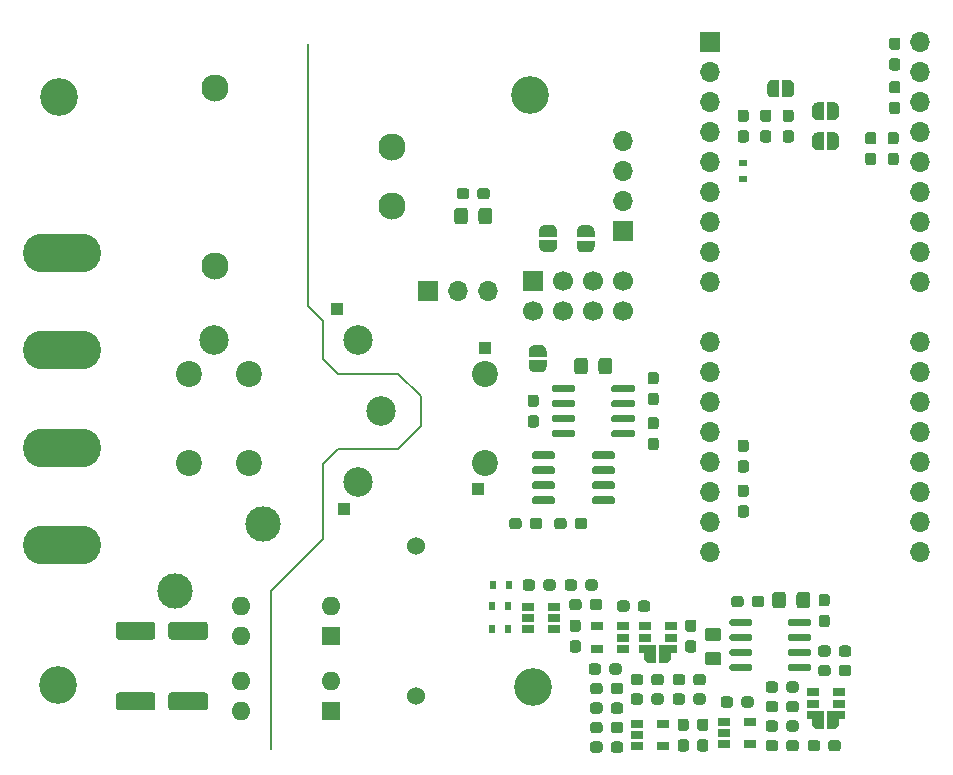
<source format=gbr>
%TF.GenerationSoftware,KiCad,Pcbnew,5.1.9-1.fc32*%
%TF.CreationDate,2021-04-18T22:57:20+02:00*%
%TF.ProjectId,energy-meter,656e6572-6779-42d6-9d65-7465722e6b69,rev?*%
%TF.SameCoordinates,Original*%
%TF.FileFunction,Soldermask,Top*%
%TF.FilePolarity,Negative*%
%FSLAX46Y46*%
G04 Gerber Fmt 4.6, Leading zero omitted, Abs format (unit mm)*
G04 Created by KiCad (PCBNEW 5.1.9-1.fc32) date 2021-04-18 22:57:20*
%MOMM*%
%LPD*%
G01*
G04 APERTURE LIST*
%ADD10C,0.150000*%
%ADD11R,1.000000X1.000000*%
%ADD12C,0.100000*%
%ADD13R,0.600000X0.700000*%
%ADD14R,1.700000X1.700000*%
%ADD15O,1.700000X1.700000*%
%ADD16R,1.060000X0.650000*%
%ADD17O,1.600000X1.600000*%
%ADD18R,1.600000X1.600000*%
%ADD19C,3.000000*%
%ADD20C,2.500000*%
%ADD21R,0.700000X0.600000*%
%ADD22C,1.524000*%
%ADD23C,3.200000*%
%ADD24O,6.600000X3.300000*%
%ADD25C,2.200000*%
%ADD26C,2.300000*%
%ADD27C,1.700000*%
G04 APERTURE END LIST*
D10*
X132870000Y-136680000D02*
X128425000Y-141125000D01*
X132870000Y-121440000D02*
X132870000Y-118265000D01*
X132870000Y-118265000D02*
X131600000Y-116995000D01*
X134140000Y-129060000D02*
X132870000Y-130330000D01*
X134140000Y-122710000D02*
X132870000Y-121440000D01*
X132870000Y-136680000D02*
X132870000Y-130330000D01*
X139220000Y-129060000D02*
X134140000Y-129060000D01*
X141125000Y-127155000D02*
X139220000Y-129060000D01*
X141125000Y-124615000D02*
X141125000Y-127155000D01*
X139220000Y-122710000D02*
X141125000Y-124615000D01*
X134140000Y-122710000D02*
X139220000Y-122710000D01*
X128425000Y-141125000D02*
X128425000Y-154460000D01*
X131600000Y-94770000D02*
X131600000Y-116995000D01*
D11*
%TO.C,TP4*%
X146586000Y-120551000D03*
%TD*%
%TO.C,TP3*%
X145951000Y-132489000D03*
%TD*%
%TO.C,TP5*%
X134648000Y-134140000D03*
%TD*%
%TO.C,TP6*%
X134013000Y-117249000D03*
%TD*%
D12*
%TO.C,JP11*%
G36*
X160541000Y-147208398D02*
G01*
X160516466Y-147208398D01*
X160467635Y-147203588D01*
X160419510Y-147194016D01*
X160372555Y-147179772D01*
X160327222Y-147160995D01*
X160283949Y-147137864D01*
X160243150Y-147110604D01*
X160205221Y-147079476D01*
X160170524Y-147044779D01*
X160139396Y-147006850D01*
X160112136Y-146966051D01*
X160089005Y-146922778D01*
X160070228Y-146877445D01*
X160055984Y-146830490D01*
X160046412Y-146782365D01*
X160041602Y-146733534D01*
X160041602Y-146709000D01*
X160041000Y-146709000D01*
X160041000Y-146209000D01*
X160041602Y-146209000D01*
X160041602Y-146184466D01*
X160046412Y-146135635D01*
X160055984Y-146087510D01*
X160070228Y-146040555D01*
X160089005Y-145995222D01*
X160112136Y-145951949D01*
X160139396Y-145911150D01*
X160170524Y-145873221D01*
X160205221Y-145838524D01*
X160243150Y-145807396D01*
X160283949Y-145780136D01*
X160327222Y-145757005D01*
X160372555Y-145738228D01*
X160419510Y-145723984D01*
X160467635Y-145714412D01*
X160516466Y-145709602D01*
X160541000Y-145709602D01*
X160541000Y-145709000D01*
X161041000Y-145709000D01*
X161041000Y-147209000D01*
X160541000Y-147209000D01*
X160541000Y-147208398D01*
G37*
G36*
X161341000Y-145709000D02*
G01*
X161841000Y-145709000D01*
X161841000Y-145709602D01*
X161865534Y-145709602D01*
X161914365Y-145714412D01*
X161962490Y-145723984D01*
X162009445Y-145738228D01*
X162054778Y-145757005D01*
X162098051Y-145780136D01*
X162138850Y-145807396D01*
X162176779Y-145838524D01*
X162211476Y-145873221D01*
X162242604Y-145911150D01*
X162269864Y-145951949D01*
X162292995Y-145995222D01*
X162311772Y-146040555D01*
X162326016Y-146087510D01*
X162335588Y-146135635D01*
X162340398Y-146184466D01*
X162340398Y-146209000D01*
X162341000Y-146209000D01*
X162341000Y-146709000D01*
X162340398Y-146709000D01*
X162340398Y-146733534D01*
X162335588Y-146782365D01*
X162326016Y-146830490D01*
X162311772Y-146877445D01*
X162292995Y-146922778D01*
X162269864Y-146966051D01*
X162242604Y-147006850D01*
X162211476Y-147044779D01*
X162176779Y-147079476D01*
X162138850Y-147110604D01*
X162098051Y-147137864D01*
X162054778Y-147160995D01*
X162009445Y-147179772D01*
X161962490Y-147194016D01*
X161914365Y-147203588D01*
X161865534Y-147208398D01*
X161841000Y-147208398D01*
X161841000Y-147209000D01*
X161341000Y-147209000D01*
X161341000Y-145709000D01*
G37*
%TD*%
%TO.C,JP12*%
G36*
X174765000Y-152796398D02*
G01*
X174740466Y-152796398D01*
X174691635Y-152791588D01*
X174643510Y-152782016D01*
X174596555Y-152767772D01*
X174551222Y-152748995D01*
X174507949Y-152725864D01*
X174467150Y-152698604D01*
X174429221Y-152667476D01*
X174394524Y-152632779D01*
X174363396Y-152594850D01*
X174336136Y-152554051D01*
X174313005Y-152510778D01*
X174294228Y-152465445D01*
X174279984Y-152418490D01*
X174270412Y-152370365D01*
X174265602Y-152321534D01*
X174265602Y-152297000D01*
X174265000Y-152297000D01*
X174265000Y-151797000D01*
X174265602Y-151797000D01*
X174265602Y-151772466D01*
X174270412Y-151723635D01*
X174279984Y-151675510D01*
X174294228Y-151628555D01*
X174313005Y-151583222D01*
X174336136Y-151539949D01*
X174363396Y-151499150D01*
X174394524Y-151461221D01*
X174429221Y-151426524D01*
X174467150Y-151395396D01*
X174507949Y-151368136D01*
X174551222Y-151345005D01*
X174596555Y-151326228D01*
X174643510Y-151311984D01*
X174691635Y-151302412D01*
X174740466Y-151297602D01*
X174765000Y-151297602D01*
X174765000Y-151297000D01*
X175265000Y-151297000D01*
X175265000Y-152797000D01*
X174765000Y-152797000D01*
X174765000Y-152796398D01*
G37*
G36*
X175565000Y-151297000D02*
G01*
X176065000Y-151297000D01*
X176065000Y-151297602D01*
X176089534Y-151297602D01*
X176138365Y-151302412D01*
X176186490Y-151311984D01*
X176233445Y-151326228D01*
X176278778Y-151345005D01*
X176322051Y-151368136D01*
X176362850Y-151395396D01*
X176400779Y-151426524D01*
X176435476Y-151461221D01*
X176466604Y-151499150D01*
X176493864Y-151539949D01*
X176516995Y-151583222D01*
X176535772Y-151628555D01*
X176550016Y-151675510D01*
X176559588Y-151723635D01*
X176564398Y-151772466D01*
X176564398Y-151797000D01*
X176565000Y-151797000D01*
X176565000Y-152297000D01*
X176564398Y-152297000D01*
X176564398Y-152321534D01*
X176559588Y-152370365D01*
X176550016Y-152418490D01*
X176535772Y-152465445D01*
X176516995Y-152510778D01*
X176493864Y-152554051D01*
X176466604Y-152594850D01*
X176435476Y-152632779D01*
X176400779Y-152667476D01*
X176362850Y-152698604D01*
X176322051Y-152725864D01*
X176278778Y-152748995D01*
X176233445Y-152767772D01*
X176186490Y-152782016D01*
X176138365Y-152791588D01*
X176089534Y-152796398D01*
X176065000Y-152796398D01*
X176065000Y-152797000D01*
X175565000Y-152797000D01*
X175565000Y-151297000D01*
G37*
%TD*%
D13*
%TO.C,D6*%
X147218000Y-140617000D03*
X148618000Y-140617000D03*
%TD*%
D14*
%TO.C,U9*%
X165636000Y-94643000D03*
D15*
X165636000Y-97183000D03*
X165636000Y-99723000D03*
X165636000Y-102263000D03*
X165636000Y-104803000D03*
X165636000Y-107343000D03*
X165636000Y-109883000D03*
X165636000Y-112423000D03*
X165636000Y-114963000D03*
X165636000Y-120043000D03*
X165636000Y-122583000D03*
X165636000Y-125123000D03*
X165636000Y-127663000D03*
X165636000Y-130203000D03*
X165636000Y-132743000D03*
X165636000Y-135283000D03*
X165636000Y-137823000D03*
X183416000Y-137823000D03*
X183416000Y-135283000D03*
X183416000Y-132743000D03*
X183416000Y-130203000D03*
X183416000Y-127663000D03*
X183416000Y-125123000D03*
X183416000Y-122583000D03*
X183416000Y-120043000D03*
X183416000Y-114963000D03*
X183416000Y-112423000D03*
X183416000Y-109883000D03*
X183416000Y-107343000D03*
X183416000Y-104803000D03*
X183416000Y-102263000D03*
X183416000Y-99723000D03*
X183416000Y-97183000D03*
X183416000Y-94643000D03*
%TD*%
D16*
%TO.C,U12*%
X168980000Y-152174000D03*
X168980000Y-154074000D03*
X166780000Y-154074000D03*
X166780000Y-153124000D03*
X166780000Y-152174000D03*
%TD*%
%TO.C,U11*%
X176515000Y-150650000D03*
X176515000Y-149700000D03*
X176515000Y-151600000D03*
X174315000Y-151600000D03*
X174315000Y-150650000D03*
X174315000Y-149700000D03*
%TD*%
%TO.C,U10*%
X156027000Y-146012000D03*
X156027000Y-144112000D03*
X158227000Y-144112000D03*
X158227000Y-145062000D03*
X158227000Y-146012000D03*
%TD*%
%TO.C,U8*%
X152385000Y-143411000D03*
X152385000Y-142461000D03*
X152385000Y-144361000D03*
X150185000Y-144361000D03*
X150185000Y-143411000D03*
X150185000Y-142461000D03*
%TD*%
%TO.C,U7*%
G36*
G01*
X172216000Y-143942000D02*
X172216000Y-143642000D01*
G75*
G02*
X172366000Y-143492000I150000J0D01*
G01*
X174016000Y-143492000D01*
G75*
G02*
X174166000Y-143642000I0J-150000D01*
G01*
X174166000Y-143942000D01*
G75*
G02*
X174016000Y-144092000I-150000J0D01*
G01*
X172366000Y-144092000D01*
G75*
G02*
X172216000Y-143942000I0J150000D01*
G01*
G37*
G36*
G01*
X172216000Y-145212000D02*
X172216000Y-144912000D01*
G75*
G02*
X172366000Y-144762000I150000J0D01*
G01*
X174016000Y-144762000D01*
G75*
G02*
X174166000Y-144912000I0J-150000D01*
G01*
X174166000Y-145212000D01*
G75*
G02*
X174016000Y-145362000I-150000J0D01*
G01*
X172366000Y-145362000D01*
G75*
G02*
X172216000Y-145212000I0J150000D01*
G01*
G37*
G36*
G01*
X172216000Y-146482000D02*
X172216000Y-146182000D01*
G75*
G02*
X172366000Y-146032000I150000J0D01*
G01*
X174016000Y-146032000D01*
G75*
G02*
X174166000Y-146182000I0J-150000D01*
G01*
X174166000Y-146482000D01*
G75*
G02*
X174016000Y-146632000I-150000J0D01*
G01*
X172366000Y-146632000D01*
G75*
G02*
X172216000Y-146482000I0J150000D01*
G01*
G37*
G36*
G01*
X172216000Y-147752000D02*
X172216000Y-147452000D01*
G75*
G02*
X172366000Y-147302000I150000J0D01*
G01*
X174016000Y-147302000D01*
G75*
G02*
X174166000Y-147452000I0J-150000D01*
G01*
X174166000Y-147752000D01*
G75*
G02*
X174016000Y-147902000I-150000J0D01*
G01*
X172366000Y-147902000D01*
G75*
G02*
X172216000Y-147752000I0J150000D01*
G01*
G37*
G36*
G01*
X167266000Y-147752000D02*
X167266000Y-147452000D01*
G75*
G02*
X167416000Y-147302000I150000J0D01*
G01*
X169066000Y-147302000D01*
G75*
G02*
X169216000Y-147452000I0J-150000D01*
G01*
X169216000Y-147752000D01*
G75*
G02*
X169066000Y-147902000I-150000J0D01*
G01*
X167416000Y-147902000D01*
G75*
G02*
X167266000Y-147752000I0J150000D01*
G01*
G37*
G36*
G01*
X167266000Y-146482000D02*
X167266000Y-146182000D01*
G75*
G02*
X167416000Y-146032000I150000J0D01*
G01*
X169066000Y-146032000D01*
G75*
G02*
X169216000Y-146182000I0J-150000D01*
G01*
X169216000Y-146482000D01*
G75*
G02*
X169066000Y-146632000I-150000J0D01*
G01*
X167416000Y-146632000D01*
G75*
G02*
X167266000Y-146482000I0J150000D01*
G01*
G37*
G36*
G01*
X167266000Y-145212000D02*
X167266000Y-144912000D01*
G75*
G02*
X167416000Y-144762000I150000J0D01*
G01*
X169066000Y-144762000D01*
G75*
G02*
X169216000Y-144912000I0J-150000D01*
G01*
X169216000Y-145212000D01*
G75*
G02*
X169066000Y-145362000I-150000J0D01*
G01*
X167416000Y-145362000D01*
G75*
G02*
X167266000Y-145212000I0J150000D01*
G01*
G37*
G36*
G01*
X167266000Y-143942000D02*
X167266000Y-143642000D01*
G75*
G02*
X167416000Y-143492000I150000J0D01*
G01*
X169066000Y-143492000D01*
G75*
G02*
X169216000Y-143642000I0J-150000D01*
G01*
X169216000Y-143942000D01*
G75*
G02*
X169066000Y-144092000I-150000J0D01*
G01*
X167416000Y-144092000D01*
G75*
G02*
X167266000Y-143942000I0J150000D01*
G01*
G37*
%TD*%
%TO.C,R27*%
G36*
G01*
X175827000Y-145967500D02*
X175827000Y-146442500D01*
G75*
G02*
X175589500Y-146680000I-237500J0D01*
G01*
X175014500Y-146680000D01*
G75*
G02*
X174777000Y-146442500I0J237500D01*
G01*
X174777000Y-145967500D01*
G75*
G02*
X175014500Y-145730000I237500J0D01*
G01*
X175589500Y-145730000D01*
G75*
G02*
X175827000Y-145967500I0J-237500D01*
G01*
G37*
G36*
G01*
X177577000Y-145967500D02*
X177577000Y-146442500D01*
G75*
G02*
X177339500Y-146680000I-237500J0D01*
G01*
X176764500Y-146680000D01*
G75*
G02*
X176527000Y-146442500I0J237500D01*
G01*
X176527000Y-145967500D01*
G75*
G02*
X176764500Y-145730000I237500J0D01*
G01*
X177339500Y-145730000D01*
G75*
G02*
X177577000Y-145967500I0J-237500D01*
G01*
G37*
%TD*%
%TO.C,R26*%
G36*
G01*
X172082000Y-149490500D02*
X172082000Y-149015500D01*
G75*
G02*
X172319500Y-148778000I237500J0D01*
G01*
X172894500Y-148778000D01*
G75*
G02*
X173132000Y-149015500I0J-237500D01*
G01*
X173132000Y-149490500D01*
G75*
G02*
X172894500Y-149728000I-237500J0D01*
G01*
X172319500Y-149728000D01*
G75*
G02*
X172082000Y-149490500I0J237500D01*
G01*
G37*
G36*
G01*
X170332000Y-149490500D02*
X170332000Y-149015500D01*
G75*
G02*
X170569500Y-148778000I237500J0D01*
G01*
X171144500Y-148778000D01*
G75*
G02*
X171382000Y-149015500I0J-237500D01*
G01*
X171382000Y-149490500D01*
G75*
G02*
X171144500Y-149728000I-237500J0D01*
G01*
X170569500Y-149728000D01*
G75*
G02*
X170332000Y-149490500I0J237500D01*
G01*
G37*
%TD*%
%TO.C,R25*%
G36*
G01*
X172082000Y-151141500D02*
X172082000Y-150666500D01*
G75*
G02*
X172319500Y-150429000I237500J0D01*
G01*
X172894500Y-150429000D01*
G75*
G02*
X173132000Y-150666500I0J-237500D01*
G01*
X173132000Y-151141500D01*
G75*
G02*
X172894500Y-151379000I-237500J0D01*
G01*
X172319500Y-151379000D01*
G75*
G02*
X172082000Y-151141500I0J237500D01*
G01*
G37*
G36*
G01*
X170332000Y-151141500D02*
X170332000Y-150666500D01*
G75*
G02*
X170569500Y-150429000I237500J0D01*
G01*
X171144500Y-150429000D01*
G75*
G02*
X171382000Y-150666500I0J-237500D01*
G01*
X171382000Y-151141500D01*
G75*
G02*
X171144500Y-151379000I-237500J0D01*
G01*
X170569500Y-151379000D01*
G75*
G02*
X170332000Y-151141500I0J237500D01*
G01*
G37*
%TD*%
%TO.C,R24*%
G36*
G01*
X175638000Y-154443500D02*
X175638000Y-153968500D01*
G75*
G02*
X175875500Y-153731000I237500J0D01*
G01*
X176450500Y-153731000D01*
G75*
G02*
X176688000Y-153968500I0J-237500D01*
G01*
X176688000Y-154443500D01*
G75*
G02*
X176450500Y-154681000I-237500J0D01*
G01*
X175875500Y-154681000D01*
G75*
G02*
X175638000Y-154443500I0J237500D01*
G01*
G37*
G36*
G01*
X173888000Y-154443500D02*
X173888000Y-153968500D01*
G75*
G02*
X174125500Y-153731000I237500J0D01*
G01*
X174700500Y-153731000D01*
G75*
G02*
X174938000Y-153968500I0J-237500D01*
G01*
X174938000Y-154443500D01*
G75*
G02*
X174700500Y-154681000I-237500J0D01*
G01*
X174125500Y-154681000D01*
G75*
G02*
X173888000Y-154443500I0J237500D01*
G01*
G37*
%TD*%
%TO.C,R23*%
G36*
G01*
X165238500Y-152967000D02*
X164763500Y-152967000D01*
G75*
G02*
X164526000Y-152729500I0J237500D01*
G01*
X164526000Y-152154500D01*
G75*
G02*
X164763500Y-151917000I237500J0D01*
G01*
X165238500Y-151917000D01*
G75*
G02*
X165476000Y-152154500I0J-237500D01*
G01*
X165476000Y-152729500D01*
G75*
G02*
X165238500Y-152967000I-237500J0D01*
G01*
G37*
G36*
G01*
X165238500Y-154717000D02*
X164763500Y-154717000D01*
G75*
G02*
X164526000Y-154479500I0J237500D01*
G01*
X164526000Y-153904500D01*
G75*
G02*
X164763500Y-153667000I237500J0D01*
G01*
X165238500Y-153667000D01*
G75*
G02*
X165476000Y-153904500I0J-237500D01*
G01*
X165476000Y-154479500D01*
G75*
G02*
X165238500Y-154717000I-237500J0D01*
G01*
G37*
%TD*%
%TO.C,R22*%
G36*
G01*
X163508000Y-150031500D02*
X163508000Y-150506500D01*
G75*
G02*
X163270500Y-150744000I-237500J0D01*
G01*
X162695500Y-150744000D01*
G75*
G02*
X162458000Y-150506500I0J237500D01*
G01*
X162458000Y-150031500D01*
G75*
G02*
X162695500Y-149794000I237500J0D01*
G01*
X163270500Y-149794000D01*
G75*
G02*
X163508000Y-150031500I0J-237500D01*
G01*
G37*
G36*
G01*
X165258000Y-150031500D02*
X165258000Y-150506500D01*
G75*
G02*
X165020500Y-150744000I-237500J0D01*
G01*
X164445500Y-150744000D01*
G75*
G02*
X164208000Y-150506500I0J237500D01*
G01*
X164208000Y-150031500D01*
G75*
G02*
X164445500Y-149794000I237500J0D01*
G01*
X165020500Y-149794000D01*
G75*
G02*
X165258000Y-150031500I0J-237500D01*
G01*
G37*
%TD*%
%TO.C,R21*%
G36*
G01*
X159509000Y-142632500D02*
X159509000Y-142157500D01*
G75*
G02*
X159746500Y-141920000I237500J0D01*
G01*
X160321500Y-141920000D01*
G75*
G02*
X160559000Y-142157500I0J-237500D01*
G01*
X160559000Y-142632500D01*
G75*
G02*
X160321500Y-142870000I-237500J0D01*
G01*
X159746500Y-142870000D01*
G75*
G02*
X159509000Y-142632500I0J237500D01*
G01*
G37*
G36*
G01*
X157759000Y-142632500D02*
X157759000Y-142157500D01*
G75*
G02*
X157996500Y-141920000I237500J0D01*
G01*
X158571500Y-141920000D01*
G75*
G02*
X158809000Y-142157500I0J-237500D01*
G01*
X158809000Y-142632500D01*
G75*
G02*
X158571500Y-142870000I-237500J0D01*
G01*
X157996500Y-142870000D01*
G75*
G02*
X157759000Y-142632500I0J237500D01*
G01*
G37*
%TD*%
%TO.C,R20*%
G36*
G01*
X160652000Y-148855500D02*
X160652000Y-148380500D01*
G75*
G02*
X160889500Y-148143000I237500J0D01*
G01*
X161464500Y-148143000D01*
G75*
G02*
X161702000Y-148380500I0J-237500D01*
G01*
X161702000Y-148855500D01*
G75*
G02*
X161464500Y-149093000I-237500J0D01*
G01*
X160889500Y-149093000D01*
G75*
G02*
X160652000Y-148855500I0J237500D01*
G01*
G37*
G36*
G01*
X158902000Y-148855500D02*
X158902000Y-148380500D01*
G75*
G02*
X159139500Y-148143000I237500J0D01*
G01*
X159714500Y-148143000D01*
G75*
G02*
X159952000Y-148380500I0J-237500D01*
G01*
X159952000Y-148855500D01*
G75*
G02*
X159714500Y-149093000I-237500J0D01*
G01*
X159139500Y-149093000D01*
G75*
G02*
X158902000Y-148855500I0J237500D01*
G01*
G37*
%TD*%
%TO.C,R19*%
G36*
G01*
X154745000Y-142030500D02*
X154745000Y-142505500D01*
G75*
G02*
X154507500Y-142743000I-237500J0D01*
G01*
X153932500Y-142743000D01*
G75*
G02*
X153695000Y-142505500I0J237500D01*
G01*
X153695000Y-142030500D01*
G75*
G02*
X153932500Y-141793000I237500J0D01*
G01*
X154507500Y-141793000D01*
G75*
G02*
X154745000Y-142030500I0J-237500D01*
G01*
G37*
G36*
G01*
X156495000Y-142030500D02*
X156495000Y-142505500D01*
G75*
G02*
X156257500Y-142743000I-237500J0D01*
G01*
X155682500Y-142743000D01*
G75*
G02*
X155445000Y-142505500I0J237500D01*
G01*
X155445000Y-142030500D01*
G75*
G02*
X155682500Y-141793000I237500J0D01*
G01*
X156257500Y-141793000D01*
G75*
G02*
X156495000Y-142030500I0J-237500D01*
G01*
G37*
%TD*%
%TO.C,R18*%
G36*
G01*
X150808000Y-140379500D02*
X150808000Y-140854500D01*
G75*
G02*
X150570500Y-141092000I-237500J0D01*
G01*
X149995500Y-141092000D01*
G75*
G02*
X149758000Y-140854500I0J237500D01*
G01*
X149758000Y-140379500D01*
G75*
G02*
X149995500Y-140142000I237500J0D01*
G01*
X150570500Y-140142000D01*
G75*
G02*
X150808000Y-140379500I0J-237500D01*
G01*
G37*
G36*
G01*
X152558000Y-140379500D02*
X152558000Y-140854500D01*
G75*
G02*
X152320500Y-141092000I-237500J0D01*
G01*
X151745500Y-141092000D01*
G75*
G02*
X151508000Y-140854500I0J237500D01*
G01*
X151508000Y-140379500D01*
G75*
G02*
X151745500Y-140142000I237500J0D01*
G01*
X152320500Y-140142000D01*
G75*
G02*
X152558000Y-140379500I0J-237500D01*
G01*
G37*
%TD*%
%TO.C,R17*%
G36*
G01*
X164208000Y-148855500D02*
X164208000Y-148380500D01*
G75*
G02*
X164445500Y-148143000I237500J0D01*
G01*
X165020500Y-148143000D01*
G75*
G02*
X165258000Y-148380500I0J-237500D01*
G01*
X165258000Y-148855500D01*
G75*
G02*
X165020500Y-149093000I-237500J0D01*
G01*
X164445500Y-149093000D01*
G75*
G02*
X164208000Y-148855500I0J237500D01*
G01*
G37*
G36*
G01*
X162458000Y-148855500D02*
X162458000Y-148380500D01*
G75*
G02*
X162695500Y-148143000I237500J0D01*
G01*
X163270500Y-148143000D01*
G75*
G02*
X163508000Y-148380500I0J-237500D01*
G01*
X163508000Y-148855500D01*
G75*
G02*
X163270500Y-149093000I-237500J0D01*
G01*
X162695500Y-149093000D01*
G75*
G02*
X162458000Y-148855500I0J237500D01*
G01*
G37*
%TD*%
%TO.C,R16*%
G36*
G01*
X163112500Y-153667000D02*
X163587500Y-153667000D01*
G75*
G02*
X163825000Y-153904500I0J-237500D01*
G01*
X163825000Y-154479500D01*
G75*
G02*
X163587500Y-154717000I-237500J0D01*
G01*
X163112500Y-154717000D01*
G75*
G02*
X162875000Y-154479500I0J237500D01*
G01*
X162875000Y-153904500D01*
G75*
G02*
X163112500Y-153667000I237500J0D01*
G01*
G37*
G36*
G01*
X163112500Y-151917000D02*
X163587500Y-151917000D01*
G75*
G02*
X163825000Y-152154500I0J-237500D01*
G01*
X163825000Y-152729500D01*
G75*
G02*
X163587500Y-152967000I-237500J0D01*
G01*
X163112500Y-152967000D01*
G75*
G02*
X162875000Y-152729500I0J237500D01*
G01*
X162875000Y-152154500D01*
G75*
G02*
X163112500Y-151917000I237500J0D01*
G01*
G37*
%TD*%
%TO.C,R15*%
G36*
G01*
X156523000Y-154095500D02*
X156523000Y-154570500D01*
G75*
G02*
X156285500Y-154808000I-237500J0D01*
G01*
X155710500Y-154808000D01*
G75*
G02*
X155473000Y-154570500I0J237500D01*
G01*
X155473000Y-154095500D01*
G75*
G02*
X155710500Y-153858000I237500J0D01*
G01*
X156285500Y-153858000D01*
G75*
G02*
X156523000Y-154095500I0J-237500D01*
G01*
G37*
G36*
G01*
X158273000Y-154095500D02*
X158273000Y-154570500D01*
G75*
G02*
X158035500Y-154808000I-237500J0D01*
G01*
X157460500Y-154808000D01*
G75*
G02*
X157223000Y-154570500I0J237500D01*
G01*
X157223000Y-154095500D01*
G75*
G02*
X157460500Y-153858000I237500J0D01*
G01*
X158035500Y-153858000D01*
G75*
G02*
X158273000Y-154095500I0J-237500D01*
G01*
G37*
%TD*%
%TO.C,R14*%
G36*
G01*
X157223000Y-151268500D02*
X157223000Y-150793500D01*
G75*
G02*
X157460500Y-150556000I237500J0D01*
G01*
X158035500Y-150556000D01*
G75*
G02*
X158273000Y-150793500I0J-237500D01*
G01*
X158273000Y-151268500D01*
G75*
G02*
X158035500Y-151506000I-237500J0D01*
G01*
X157460500Y-151506000D01*
G75*
G02*
X157223000Y-151268500I0J237500D01*
G01*
G37*
G36*
G01*
X155473000Y-151268500D02*
X155473000Y-150793500D01*
G75*
G02*
X155710500Y-150556000I237500J0D01*
G01*
X156285500Y-150556000D01*
G75*
G02*
X156523000Y-150793500I0J-237500D01*
G01*
X156523000Y-151268500D01*
G75*
G02*
X156285500Y-151506000I-237500J0D01*
G01*
X155710500Y-151506000D01*
G75*
G02*
X155473000Y-151268500I0J237500D01*
G01*
G37*
%TD*%
%TO.C,R13*%
G36*
G01*
X156523000Y-149142500D02*
X156523000Y-149617500D01*
G75*
G02*
X156285500Y-149855000I-237500J0D01*
G01*
X155710500Y-149855000D01*
G75*
G02*
X155473000Y-149617500I0J237500D01*
G01*
X155473000Y-149142500D01*
G75*
G02*
X155710500Y-148905000I237500J0D01*
G01*
X156285500Y-148905000D01*
G75*
G02*
X156523000Y-149142500I0J-237500D01*
G01*
G37*
G36*
G01*
X158273000Y-149142500D02*
X158273000Y-149617500D01*
G75*
G02*
X158035500Y-149855000I-237500J0D01*
G01*
X157460500Y-149855000D01*
G75*
G02*
X157223000Y-149617500I0J237500D01*
G01*
X157223000Y-149142500D01*
G75*
G02*
X157460500Y-148905000I237500J0D01*
G01*
X158035500Y-148905000D01*
G75*
G02*
X158273000Y-149142500I0J-237500D01*
G01*
G37*
%TD*%
%TO.C,FB1*%
G36*
G01*
X175525500Y-142426000D02*
X175050500Y-142426000D01*
G75*
G02*
X174813000Y-142188500I0J237500D01*
G01*
X174813000Y-141613500D01*
G75*
G02*
X175050500Y-141376000I237500J0D01*
G01*
X175525500Y-141376000D01*
G75*
G02*
X175763000Y-141613500I0J-237500D01*
G01*
X175763000Y-142188500D01*
G75*
G02*
X175525500Y-142426000I-237500J0D01*
G01*
G37*
G36*
G01*
X175525500Y-144176000D02*
X175050500Y-144176000D01*
G75*
G02*
X174813000Y-143938500I0J237500D01*
G01*
X174813000Y-143363500D01*
G75*
G02*
X175050500Y-143126000I237500J0D01*
G01*
X175525500Y-143126000D01*
G75*
G02*
X175763000Y-143363500I0J-237500D01*
G01*
X175763000Y-143938500D01*
G75*
G02*
X175525500Y-144176000I-237500J0D01*
G01*
G37*
%TD*%
%TO.C,C19*%
G36*
G01*
X171382000Y-153968500D02*
X171382000Y-154443500D01*
G75*
G02*
X171144500Y-154681000I-237500J0D01*
G01*
X170569500Y-154681000D01*
G75*
G02*
X170332000Y-154443500I0J237500D01*
G01*
X170332000Y-153968500D01*
G75*
G02*
X170569500Y-153731000I237500J0D01*
G01*
X171144500Y-153731000D01*
G75*
G02*
X171382000Y-153968500I0J-237500D01*
G01*
G37*
G36*
G01*
X173132000Y-153968500D02*
X173132000Y-154443500D01*
G75*
G02*
X172894500Y-154681000I-237500J0D01*
G01*
X172319500Y-154681000D01*
G75*
G02*
X172082000Y-154443500I0J237500D01*
G01*
X172082000Y-153968500D01*
G75*
G02*
X172319500Y-153731000I237500J0D01*
G01*
X172894500Y-153731000D01*
G75*
G02*
X173132000Y-153968500I0J-237500D01*
G01*
G37*
%TD*%
%TO.C,C18*%
G36*
G01*
X171382000Y-152317500D02*
X171382000Y-152792500D01*
G75*
G02*
X171144500Y-153030000I-237500J0D01*
G01*
X170569500Y-153030000D01*
G75*
G02*
X170332000Y-152792500I0J237500D01*
G01*
X170332000Y-152317500D01*
G75*
G02*
X170569500Y-152080000I237500J0D01*
G01*
X171144500Y-152080000D01*
G75*
G02*
X171382000Y-152317500I0J-237500D01*
G01*
G37*
G36*
G01*
X173132000Y-152317500D02*
X173132000Y-152792500D01*
G75*
G02*
X172894500Y-153030000I-237500J0D01*
G01*
X172319500Y-153030000D01*
G75*
G02*
X172082000Y-152792500I0J237500D01*
G01*
X172082000Y-152317500D01*
G75*
G02*
X172319500Y-152080000I237500J0D01*
G01*
X172894500Y-152080000D01*
G75*
G02*
X173132000Y-152317500I0J-237500D01*
G01*
G37*
%TD*%
%TO.C,C17*%
G36*
G01*
X167572000Y-150285500D02*
X167572000Y-150760500D01*
G75*
G02*
X167334500Y-150998000I-237500J0D01*
G01*
X166759500Y-150998000D01*
G75*
G02*
X166522000Y-150760500I0J237500D01*
G01*
X166522000Y-150285500D01*
G75*
G02*
X166759500Y-150048000I237500J0D01*
G01*
X167334500Y-150048000D01*
G75*
G02*
X167572000Y-150285500I0J-237500D01*
G01*
G37*
G36*
G01*
X169322000Y-150285500D02*
X169322000Y-150760500D01*
G75*
G02*
X169084500Y-150998000I-237500J0D01*
G01*
X168509500Y-150998000D01*
G75*
G02*
X168272000Y-150760500I0J237500D01*
G01*
X168272000Y-150285500D01*
G75*
G02*
X168509500Y-150048000I237500J0D01*
G01*
X169084500Y-150048000D01*
G75*
G02*
X169322000Y-150285500I0J-237500D01*
G01*
G37*
%TD*%
%TO.C,C16*%
G36*
G01*
X175827000Y-147618500D02*
X175827000Y-148093500D01*
G75*
G02*
X175589500Y-148331000I-237500J0D01*
G01*
X175014500Y-148331000D01*
G75*
G02*
X174777000Y-148093500I0J237500D01*
G01*
X174777000Y-147618500D01*
G75*
G02*
X175014500Y-147381000I237500J0D01*
G01*
X175589500Y-147381000D01*
G75*
G02*
X175827000Y-147618500I0J-237500D01*
G01*
G37*
G36*
G01*
X177577000Y-147618500D02*
X177577000Y-148093500D01*
G75*
G02*
X177339500Y-148331000I-237500J0D01*
G01*
X176764500Y-148331000D01*
G75*
G02*
X176527000Y-148093500I0J237500D01*
G01*
X176527000Y-147618500D01*
G75*
G02*
X176764500Y-147381000I237500J0D01*
G01*
X177339500Y-147381000D01*
G75*
G02*
X177577000Y-147618500I0J-237500D01*
G01*
G37*
%TD*%
%TO.C,C15*%
G36*
G01*
X153968500Y-145285000D02*
X154443500Y-145285000D01*
G75*
G02*
X154681000Y-145522500I0J-237500D01*
G01*
X154681000Y-146097500D01*
G75*
G02*
X154443500Y-146335000I-237500J0D01*
G01*
X153968500Y-146335000D01*
G75*
G02*
X153731000Y-146097500I0J237500D01*
G01*
X153731000Y-145522500D01*
G75*
G02*
X153968500Y-145285000I237500J0D01*
G01*
G37*
G36*
G01*
X153968500Y-143535000D02*
X154443500Y-143535000D01*
G75*
G02*
X154681000Y-143772500I0J-237500D01*
G01*
X154681000Y-144347500D01*
G75*
G02*
X154443500Y-144585000I-237500J0D01*
G01*
X153968500Y-144585000D01*
G75*
G02*
X153731000Y-144347500I0J237500D01*
G01*
X153731000Y-143772500D01*
G75*
G02*
X153968500Y-143535000I237500J0D01*
G01*
G37*
%TD*%
%TO.C,C14*%
G36*
G01*
X157096000Y-147966500D02*
X157096000Y-147491500D01*
G75*
G02*
X157333500Y-147254000I237500J0D01*
G01*
X157908500Y-147254000D01*
G75*
G02*
X158146000Y-147491500I0J-237500D01*
G01*
X158146000Y-147966500D01*
G75*
G02*
X157908500Y-148204000I-237500J0D01*
G01*
X157333500Y-148204000D01*
G75*
G02*
X157096000Y-147966500I0J237500D01*
G01*
G37*
G36*
G01*
X155346000Y-147966500D02*
X155346000Y-147491500D01*
G75*
G02*
X155583500Y-147254000I237500J0D01*
G01*
X156158500Y-147254000D01*
G75*
G02*
X156396000Y-147491500I0J-237500D01*
G01*
X156396000Y-147966500D01*
G75*
G02*
X156158500Y-148204000I-237500J0D01*
G01*
X155583500Y-148204000D01*
G75*
G02*
X155346000Y-147966500I0J237500D01*
G01*
G37*
%TD*%
%TO.C,C13*%
G36*
G01*
X155064000Y-140854500D02*
X155064000Y-140379500D01*
G75*
G02*
X155301500Y-140142000I237500J0D01*
G01*
X155876500Y-140142000D01*
G75*
G02*
X156114000Y-140379500I0J-237500D01*
G01*
X156114000Y-140854500D01*
G75*
G02*
X155876500Y-141092000I-237500J0D01*
G01*
X155301500Y-141092000D01*
G75*
G02*
X155064000Y-140854500I0J237500D01*
G01*
G37*
G36*
G01*
X153314000Y-140854500D02*
X153314000Y-140379500D01*
G75*
G02*
X153551500Y-140142000I237500J0D01*
G01*
X154126500Y-140142000D01*
G75*
G02*
X154364000Y-140379500I0J-237500D01*
G01*
X154364000Y-140854500D01*
G75*
G02*
X154126500Y-141092000I-237500J0D01*
G01*
X153551500Y-141092000D01*
G75*
G02*
X153314000Y-140854500I0J237500D01*
G01*
G37*
%TD*%
%TO.C,C12*%
G36*
G01*
X164222500Y-144585000D02*
X163747500Y-144585000D01*
G75*
G02*
X163510000Y-144347500I0J237500D01*
G01*
X163510000Y-143772500D01*
G75*
G02*
X163747500Y-143535000I237500J0D01*
G01*
X164222500Y-143535000D01*
G75*
G02*
X164460000Y-143772500I0J-237500D01*
G01*
X164460000Y-144347500D01*
G75*
G02*
X164222500Y-144585000I-237500J0D01*
G01*
G37*
G36*
G01*
X164222500Y-146335000D02*
X163747500Y-146335000D01*
G75*
G02*
X163510000Y-146097500I0J237500D01*
G01*
X163510000Y-145522500D01*
G75*
G02*
X163747500Y-145285000I237500J0D01*
G01*
X164222500Y-145285000D01*
G75*
G02*
X164460000Y-145522500I0J-237500D01*
G01*
X164460000Y-146097500D01*
G75*
G02*
X164222500Y-146335000I-237500J0D01*
G01*
G37*
%TD*%
%TO.C,C11*%
G36*
G01*
X165439999Y-146274000D02*
X166340001Y-146274000D01*
G75*
G02*
X166590000Y-146523999I0J-249999D01*
G01*
X166590000Y-147174001D01*
G75*
G02*
X166340001Y-147424000I-249999J0D01*
G01*
X165439999Y-147424000D01*
G75*
G02*
X165190000Y-147174001I0J249999D01*
G01*
X165190000Y-146523999D01*
G75*
G02*
X165439999Y-146274000I249999J0D01*
G01*
G37*
G36*
G01*
X165439999Y-144224000D02*
X166340001Y-144224000D01*
G75*
G02*
X166590000Y-144473999I0J-249999D01*
G01*
X166590000Y-145124001D01*
G75*
G02*
X166340001Y-145374000I-249999J0D01*
G01*
X165439999Y-145374000D01*
G75*
G02*
X165190000Y-145124001I0J249999D01*
G01*
X165190000Y-144473999D01*
G75*
G02*
X165439999Y-144224000I249999J0D01*
G01*
G37*
%TD*%
%TO.C,C10*%
G36*
G01*
X169161000Y-142251500D02*
X169161000Y-141776500D01*
G75*
G02*
X169398500Y-141539000I237500J0D01*
G01*
X169973500Y-141539000D01*
G75*
G02*
X170211000Y-141776500I0J-237500D01*
G01*
X170211000Y-142251500D01*
G75*
G02*
X169973500Y-142489000I-237500J0D01*
G01*
X169398500Y-142489000D01*
G75*
G02*
X169161000Y-142251500I0J237500D01*
G01*
G37*
G36*
G01*
X167411000Y-142251500D02*
X167411000Y-141776500D01*
G75*
G02*
X167648500Y-141539000I237500J0D01*
G01*
X168223500Y-141539000D01*
G75*
G02*
X168461000Y-141776500I0J-237500D01*
G01*
X168461000Y-142251500D01*
G75*
G02*
X168223500Y-142489000I-237500J0D01*
G01*
X167648500Y-142489000D01*
G75*
G02*
X167411000Y-142251500I0J237500D01*
G01*
G37*
%TD*%
%TO.C,C9*%
G36*
G01*
X159952000Y-150031500D02*
X159952000Y-150506500D01*
G75*
G02*
X159714500Y-150744000I-237500J0D01*
G01*
X159139500Y-150744000D01*
G75*
G02*
X158902000Y-150506500I0J237500D01*
G01*
X158902000Y-150031500D01*
G75*
G02*
X159139500Y-149794000I237500J0D01*
G01*
X159714500Y-149794000D01*
G75*
G02*
X159952000Y-150031500I0J-237500D01*
G01*
G37*
G36*
G01*
X161702000Y-150031500D02*
X161702000Y-150506500D01*
G75*
G02*
X161464500Y-150744000I-237500J0D01*
G01*
X160889500Y-150744000D01*
G75*
G02*
X160652000Y-150506500I0J237500D01*
G01*
X160652000Y-150031500D01*
G75*
G02*
X160889500Y-149794000I237500J0D01*
G01*
X161464500Y-149794000D01*
G75*
G02*
X161702000Y-150031500I0J-237500D01*
G01*
G37*
%TD*%
%TO.C,C8*%
G36*
G01*
X156523000Y-152444500D02*
X156523000Y-152919500D01*
G75*
G02*
X156285500Y-153157000I-237500J0D01*
G01*
X155710500Y-153157000D01*
G75*
G02*
X155473000Y-152919500I0J237500D01*
G01*
X155473000Y-152444500D01*
G75*
G02*
X155710500Y-152207000I237500J0D01*
G01*
X156285500Y-152207000D01*
G75*
G02*
X156523000Y-152444500I0J-237500D01*
G01*
G37*
G36*
G01*
X158273000Y-152444500D02*
X158273000Y-152919500D01*
G75*
G02*
X158035500Y-153157000I-237500J0D01*
G01*
X157460500Y-153157000D01*
G75*
G02*
X157223000Y-152919500I0J237500D01*
G01*
X157223000Y-152444500D01*
G75*
G02*
X157460500Y-152207000I237500J0D01*
G01*
X158035500Y-152207000D01*
G75*
G02*
X158273000Y-152444500I0J-237500D01*
G01*
G37*
%TD*%
%TO.C,C7*%
G36*
G01*
X172044000Y-141436999D02*
X172044000Y-142337001D01*
G75*
G02*
X171794001Y-142587000I-249999J0D01*
G01*
X171143999Y-142587000D01*
G75*
G02*
X170894000Y-142337001I0J249999D01*
G01*
X170894000Y-141436999D01*
G75*
G02*
X171143999Y-141187000I249999J0D01*
G01*
X171794001Y-141187000D01*
G75*
G02*
X172044000Y-141436999I0J-249999D01*
G01*
G37*
G36*
G01*
X174094000Y-141436999D02*
X174094000Y-142337001D01*
G75*
G02*
X173844001Y-142587000I-249999J0D01*
G01*
X173193999Y-142587000D01*
G75*
G02*
X172944000Y-142337001I0J249999D01*
G01*
X172944000Y-141436999D01*
G75*
G02*
X173193999Y-141187000I249999J0D01*
G01*
X173844001Y-141187000D01*
G75*
G02*
X174094000Y-141436999I0J-249999D01*
G01*
G37*
%TD*%
%TO.C,U6*%
G36*
G01*
X155600000Y-129792500D02*
X155600000Y-129467500D01*
G75*
G02*
X155762500Y-129305000I162500J0D01*
G01*
X157412500Y-129305000D01*
G75*
G02*
X157575000Y-129467500I0J-162500D01*
G01*
X157575000Y-129792500D01*
G75*
G02*
X157412500Y-129955000I-162500J0D01*
G01*
X155762500Y-129955000D01*
G75*
G02*
X155600000Y-129792500I0J162500D01*
G01*
G37*
G36*
G01*
X155600000Y-131062500D02*
X155600000Y-130737500D01*
G75*
G02*
X155762500Y-130575000I162500J0D01*
G01*
X157412500Y-130575000D01*
G75*
G02*
X157575000Y-130737500I0J-162500D01*
G01*
X157575000Y-131062500D01*
G75*
G02*
X157412500Y-131225000I-162500J0D01*
G01*
X155762500Y-131225000D01*
G75*
G02*
X155600000Y-131062500I0J162500D01*
G01*
G37*
G36*
G01*
X155600000Y-132332500D02*
X155600000Y-132007500D01*
G75*
G02*
X155762500Y-131845000I162500J0D01*
G01*
X157412500Y-131845000D01*
G75*
G02*
X157575000Y-132007500I0J-162500D01*
G01*
X157575000Y-132332500D01*
G75*
G02*
X157412500Y-132495000I-162500J0D01*
G01*
X155762500Y-132495000D01*
G75*
G02*
X155600000Y-132332500I0J162500D01*
G01*
G37*
G36*
G01*
X155600000Y-133602500D02*
X155600000Y-133277500D01*
G75*
G02*
X155762500Y-133115000I162500J0D01*
G01*
X157412500Y-133115000D01*
G75*
G02*
X157575000Y-133277500I0J-162500D01*
G01*
X157575000Y-133602500D01*
G75*
G02*
X157412500Y-133765000I-162500J0D01*
G01*
X155762500Y-133765000D01*
G75*
G02*
X155600000Y-133602500I0J162500D01*
G01*
G37*
G36*
G01*
X150525000Y-133602500D02*
X150525000Y-133277500D01*
G75*
G02*
X150687500Y-133115000I162500J0D01*
G01*
X152337500Y-133115000D01*
G75*
G02*
X152500000Y-133277500I0J-162500D01*
G01*
X152500000Y-133602500D01*
G75*
G02*
X152337500Y-133765000I-162500J0D01*
G01*
X150687500Y-133765000D01*
G75*
G02*
X150525000Y-133602500I0J162500D01*
G01*
G37*
G36*
G01*
X150525000Y-132332500D02*
X150525000Y-132007500D01*
G75*
G02*
X150687500Y-131845000I162500J0D01*
G01*
X152337500Y-131845000D01*
G75*
G02*
X152500000Y-132007500I0J-162500D01*
G01*
X152500000Y-132332500D01*
G75*
G02*
X152337500Y-132495000I-162500J0D01*
G01*
X150687500Y-132495000D01*
G75*
G02*
X150525000Y-132332500I0J162500D01*
G01*
G37*
G36*
G01*
X150525000Y-131062500D02*
X150525000Y-130737500D01*
G75*
G02*
X150687500Y-130575000I162500J0D01*
G01*
X152337500Y-130575000D01*
G75*
G02*
X152500000Y-130737500I0J-162500D01*
G01*
X152500000Y-131062500D01*
G75*
G02*
X152337500Y-131225000I-162500J0D01*
G01*
X150687500Y-131225000D01*
G75*
G02*
X150525000Y-131062500I0J162500D01*
G01*
G37*
G36*
G01*
X150525000Y-129792500D02*
X150525000Y-129467500D01*
G75*
G02*
X150687500Y-129305000I162500J0D01*
G01*
X152337500Y-129305000D01*
G75*
G02*
X152500000Y-129467500I0J-162500D01*
G01*
X152500000Y-129792500D01*
G75*
G02*
X152337500Y-129955000I-162500J0D01*
G01*
X150687500Y-129955000D01*
G75*
G02*
X150525000Y-129792500I0J162500D01*
G01*
G37*
%TD*%
%TO.C,R12*%
G36*
G01*
X150365000Y-135647500D02*
X150365000Y-135172500D01*
G75*
G02*
X150602500Y-134935000I237500J0D01*
G01*
X151177500Y-134935000D01*
G75*
G02*
X151415000Y-135172500I0J-237500D01*
G01*
X151415000Y-135647500D01*
G75*
G02*
X151177500Y-135885000I-237500J0D01*
G01*
X150602500Y-135885000D01*
G75*
G02*
X150365000Y-135647500I0J237500D01*
G01*
G37*
G36*
G01*
X148615000Y-135647500D02*
X148615000Y-135172500D01*
G75*
G02*
X148852500Y-134935000I237500J0D01*
G01*
X149427500Y-134935000D01*
G75*
G02*
X149665000Y-135172500I0J-237500D01*
G01*
X149665000Y-135647500D01*
G75*
G02*
X149427500Y-135885000I-237500J0D01*
G01*
X148852500Y-135885000D01*
G75*
G02*
X148615000Y-135647500I0J237500D01*
G01*
G37*
%TD*%
%TO.C,R11*%
G36*
G01*
X168667500Y-133155000D02*
X168192500Y-133155000D01*
G75*
G02*
X167955000Y-132917500I0J237500D01*
G01*
X167955000Y-132342500D01*
G75*
G02*
X168192500Y-132105000I237500J0D01*
G01*
X168667500Y-132105000D01*
G75*
G02*
X168905000Y-132342500I0J-237500D01*
G01*
X168905000Y-132917500D01*
G75*
G02*
X168667500Y-133155000I-237500J0D01*
G01*
G37*
G36*
G01*
X168667500Y-134905000D02*
X168192500Y-134905000D01*
G75*
G02*
X167955000Y-134667500I0J237500D01*
G01*
X167955000Y-134092500D01*
G75*
G02*
X168192500Y-133855000I237500J0D01*
G01*
X168667500Y-133855000D01*
G75*
G02*
X168905000Y-134092500I0J-237500D01*
G01*
X168905000Y-134667500D01*
G75*
G02*
X168667500Y-134905000I-237500J0D01*
G01*
G37*
%TD*%
%TO.C,R10*%
G36*
G01*
X168667500Y-129345000D02*
X168192500Y-129345000D01*
G75*
G02*
X167955000Y-129107500I0J237500D01*
G01*
X167955000Y-128532500D01*
G75*
G02*
X168192500Y-128295000I237500J0D01*
G01*
X168667500Y-128295000D01*
G75*
G02*
X168905000Y-128532500I0J-237500D01*
G01*
X168905000Y-129107500D01*
G75*
G02*
X168667500Y-129345000I-237500J0D01*
G01*
G37*
G36*
G01*
X168667500Y-131095000D02*
X168192500Y-131095000D01*
G75*
G02*
X167955000Y-130857500I0J237500D01*
G01*
X167955000Y-130282500D01*
G75*
G02*
X168192500Y-130045000I237500J0D01*
G01*
X168667500Y-130045000D01*
G75*
G02*
X168905000Y-130282500I0J-237500D01*
G01*
X168905000Y-130857500D01*
G75*
G02*
X168667500Y-131095000I-237500J0D01*
G01*
G37*
%TD*%
%TO.C,C6*%
G36*
G01*
X154175000Y-135647500D02*
X154175000Y-135172500D01*
G75*
G02*
X154412500Y-134935000I237500J0D01*
G01*
X154987500Y-134935000D01*
G75*
G02*
X155225000Y-135172500I0J-237500D01*
G01*
X155225000Y-135647500D01*
G75*
G02*
X154987500Y-135885000I-237500J0D01*
G01*
X154412500Y-135885000D01*
G75*
G02*
X154175000Y-135647500I0J237500D01*
G01*
G37*
G36*
G01*
X152425000Y-135647500D02*
X152425000Y-135172500D01*
G75*
G02*
X152662500Y-134935000I237500J0D01*
G01*
X153237500Y-134935000D01*
G75*
G02*
X153475000Y-135172500I0J-237500D01*
G01*
X153475000Y-135647500D01*
G75*
G02*
X153237500Y-135885000I-237500J0D01*
G01*
X152662500Y-135885000D01*
G75*
G02*
X152425000Y-135647500I0J237500D01*
G01*
G37*
%TD*%
D17*
%TO.C,U5*%
X125885000Y-151285000D03*
X133505000Y-148745000D03*
X125885000Y-148745000D03*
D18*
X133505000Y-151285000D03*
%TD*%
D17*
%TO.C,U4*%
X125885000Y-144935000D03*
X133505000Y-142395000D03*
X125885000Y-142395000D03*
D18*
X133505000Y-144935000D03*
%TD*%
D19*
%TO.C,TP2*%
X120297000Y-141125000D03*
%TD*%
%TO.C,R9*%
G36*
G01*
X122865001Y-145250000D02*
X120014999Y-145250000D01*
G75*
G02*
X119765000Y-145000001I0J249999D01*
G01*
X119765000Y-143974999D01*
G75*
G02*
X120014999Y-143725000I249999J0D01*
G01*
X122865001Y-143725000D01*
G75*
G02*
X123115000Y-143974999I0J-249999D01*
G01*
X123115000Y-145000001D01*
G75*
G02*
X122865001Y-145250000I-249999J0D01*
G01*
G37*
G36*
G01*
X122865001Y-151225000D02*
X120014999Y-151225000D01*
G75*
G02*
X119765000Y-150975001I0J249999D01*
G01*
X119765000Y-149949999D01*
G75*
G02*
X120014999Y-149700000I249999J0D01*
G01*
X122865001Y-149700000D01*
G75*
G02*
X123115000Y-149949999I0J-249999D01*
G01*
X123115000Y-150975001D01*
G75*
G02*
X122865001Y-151225000I-249999J0D01*
G01*
G37*
%TD*%
D16*
%TO.C,U3*%
X162291000Y-145062000D03*
X162291000Y-144112000D03*
X162291000Y-146012000D03*
X160091000Y-146012000D03*
X160091000Y-145062000D03*
X160091000Y-144112000D03*
%TD*%
%TO.C,U2*%
X161656000Y-152367000D03*
X161656000Y-154267000D03*
X159456000Y-154267000D03*
X159456000Y-153317000D03*
X159456000Y-152367000D03*
%TD*%
D12*
%TO.C,JP8*%
G36*
X172255000Y-97830602D02*
G01*
X172279534Y-97830602D01*
X172328365Y-97835412D01*
X172376490Y-97844984D01*
X172423445Y-97859228D01*
X172468778Y-97878005D01*
X172512051Y-97901136D01*
X172552850Y-97928396D01*
X172590779Y-97959524D01*
X172625476Y-97994221D01*
X172656604Y-98032150D01*
X172683864Y-98072949D01*
X172706995Y-98116222D01*
X172725772Y-98161555D01*
X172740016Y-98208510D01*
X172749588Y-98256635D01*
X172754398Y-98305466D01*
X172754398Y-98330000D01*
X172755000Y-98330000D01*
X172755000Y-98830000D01*
X172754398Y-98830000D01*
X172754398Y-98854534D01*
X172749588Y-98903365D01*
X172740016Y-98951490D01*
X172725772Y-98998445D01*
X172706995Y-99043778D01*
X172683864Y-99087051D01*
X172656604Y-99127850D01*
X172625476Y-99165779D01*
X172590779Y-99200476D01*
X172552850Y-99231604D01*
X172512051Y-99258864D01*
X172468778Y-99281995D01*
X172423445Y-99300772D01*
X172376490Y-99315016D01*
X172328365Y-99324588D01*
X172279534Y-99329398D01*
X172255000Y-99329398D01*
X172255000Y-99330000D01*
X171755000Y-99330000D01*
X171755000Y-97830000D01*
X172255000Y-97830000D01*
X172255000Y-97830602D01*
G37*
G36*
X171455000Y-99330000D02*
G01*
X170955000Y-99330000D01*
X170955000Y-99329398D01*
X170930466Y-99329398D01*
X170881635Y-99324588D01*
X170833510Y-99315016D01*
X170786555Y-99300772D01*
X170741222Y-99281995D01*
X170697949Y-99258864D01*
X170657150Y-99231604D01*
X170619221Y-99200476D01*
X170584524Y-99165779D01*
X170553396Y-99127850D01*
X170526136Y-99087051D01*
X170503005Y-99043778D01*
X170484228Y-98998445D01*
X170469984Y-98951490D01*
X170460412Y-98903365D01*
X170455602Y-98854534D01*
X170455602Y-98830000D01*
X170455000Y-98830000D01*
X170455000Y-98330000D01*
X170455602Y-98330000D01*
X170455602Y-98305466D01*
X170460412Y-98256635D01*
X170469984Y-98208510D01*
X170484228Y-98161555D01*
X170503005Y-98116222D01*
X170526136Y-98072949D01*
X170553396Y-98032150D01*
X170584524Y-97994221D01*
X170619221Y-97959524D01*
X170657150Y-97928396D01*
X170697949Y-97901136D01*
X170741222Y-97878005D01*
X170786555Y-97859228D01*
X170833510Y-97844984D01*
X170881635Y-97835412D01*
X170930466Y-97830602D01*
X170955000Y-97830602D01*
X170955000Y-97830000D01*
X171455000Y-97830000D01*
X171455000Y-99330000D01*
G37*
%TD*%
%TO.C,JP7*%
G36*
X175265000Y-101235000D02*
G01*
X174765000Y-101235000D01*
X174765000Y-101234398D01*
X174740466Y-101234398D01*
X174691635Y-101229588D01*
X174643510Y-101220016D01*
X174596555Y-101205772D01*
X174551222Y-101186995D01*
X174507949Y-101163864D01*
X174467150Y-101136604D01*
X174429221Y-101105476D01*
X174394524Y-101070779D01*
X174363396Y-101032850D01*
X174336136Y-100992051D01*
X174313005Y-100948778D01*
X174294228Y-100903445D01*
X174279984Y-100856490D01*
X174270412Y-100808365D01*
X174265602Y-100759534D01*
X174265602Y-100735000D01*
X174265000Y-100735000D01*
X174265000Y-100235000D01*
X174265602Y-100235000D01*
X174265602Y-100210466D01*
X174270412Y-100161635D01*
X174279984Y-100113510D01*
X174294228Y-100066555D01*
X174313005Y-100021222D01*
X174336136Y-99977949D01*
X174363396Y-99937150D01*
X174394524Y-99899221D01*
X174429221Y-99864524D01*
X174467150Y-99833396D01*
X174507949Y-99806136D01*
X174551222Y-99783005D01*
X174596555Y-99764228D01*
X174643510Y-99749984D01*
X174691635Y-99740412D01*
X174740466Y-99735602D01*
X174765000Y-99735602D01*
X174765000Y-99735000D01*
X175265000Y-99735000D01*
X175265000Y-101235000D01*
G37*
G36*
X176065000Y-99735602D02*
G01*
X176089534Y-99735602D01*
X176138365Y-99740412D01*
X176186490Y-99749984D01*
X176233445Y-99764228D01*
X176278778Y-99783005D01*
X176322051Y-99806136D01*
X176362850Y-99833396D01*
X176400779Y-99864524D01*
X176435476Y-99899221D01*
X176466604Y-99937150D01*
X176493864Y-99977949D01*
X176516995Y-100021222D01*
X176535772Y-100066555D01*
X176550016Y-100113510D01*
X176559588Y-100161635D01*
X176564398Y-100210466D01*
X176564398Y-100235000D01*
X176565000Y-100235000D01*
X176565000Y-100735000D01*
X176564398Y-100735000D01*
X176564398Y-100759534D01*
X176559588Y-100808365D01*
X176550016Y-100856490D01*
X176535772Y-100903445D01*
X176516995Y-100948778D01*
X176493864Y-100992051D01*
X176466604Y-101032850D01*
X176435476Y-101070779D01*
X176400779Y-101105476D01*
X176362850Y-101136604D01*
X176322051Y-101163864D01*
X176278778Y-101186995D01*
X176233445Y-101205772D01*
X176186490Y-101220016D01*
X176138365Y-101229588D01*
X176089534Y-101234398D01*
X176065000Y-101234398D01*
X176065000Y-101235000D01*
X175565000Y-101235000D01*
X175565000Y-99735000D01*
X176065000Y-99735000D01*
X176065000Y-99735602D01*
G37*
%TD*%
%TO.C,JP6*%
G36*
X175565000Y-102275000D02*
G01*
X176065000Y-102275000D01*
X176065000Y-102275602D01*
X176089534Y-102275602D01*
X176138365Y-102280412D01*
X176186490Y-102289984D01*
X176233445Y-102304228D01*
X176278778Y-102323005D01*
X176322051Y-102346136D01*
X176362850Y-102373396D01*
X176400779Y-102404524D01*
X176435476Y-102439221D01*
X176466604Y-102477150D01*
X176493864Y-102517949D01*
X176516995Y-102561222D01*
X176535772Y-102606555D01*
X176550016Y-102653510D01*
X176559588Y-102701635D01*
X176564398Y-102750466D01*
X176564398Y-102775000D01*
X176565000Y-102775000D01*
X176565000Y-103275000D01*
X176564398Y-103275000D01*
X176564398Y-103299534D01*
X176559588Y-103348365D01*
X176550016Y-103396490D01*
X176535772Y-103443445D01*
X176516995Y-103488778D01*
X176493864Y-103532051D01*
X176466604Y-103572850D01*
X176435476Y-103610779D01*
X176400779Y-103645476D01*
X176362850Y-103676604D01*
X176322051Y-103703864D01*
X176278778Y-103726995D01*
X176233445Y-103745772D01*
X176186490Y-103760016D01*
X176138365Y-103769588D01*
X176089534Y-103774398D01*
X176065000Y-103774398D01*
X176065000Y-103775000D01*
X175565000Y-103775000D01*
X175565000Y-102275000D01*
G37*
G36*
X174765000Y-103774398D02*
G01*
X174740466Y-103774398D01*
X174691635Y-103769588D01*
X174643510Y-103760016D01*
X174596555Y-103745772D01*
X174551222Y-103726995D01*
X174507949Y-103703864D01*
X174467150Y-103676604D01*
X174429221Y-103645476D01*
X174394524Y-103610779D01*
X174363396Y-103572850D01*
X174336136Y-103532051D01*
X174313005Y-103488778D01*
X174294228Y-103443445D01*
X174279984Y-103396490D01*
X174270412Y-103348365D01*
X174265602Y-103299534D01*
X174265602Y-103275000D01*
X174265000Y-103275000D01*
X174265000Y-102775000D01*
X174265602Y-102775000D01*
X174265602Y-102750466D01*
X174270412Y-102701635D01*
X174279984Y-102653510D01*
X174294228Y-102606555D01*
X174313005Y-102561222D01*
X174336136Y-102517949D01*
X174363396Y-102477150D01*
X174394524Y-102439221D01*
X174429221Y-102404524D01*
X174467150Y-102373396D01*
X174507949Y-102346136D01*
X174551222Y-102323005D01*
X174596555Y-102304228D01*
X174643510Y-102289984D01*
X174691635Y-102280412D01*
X174740466Y-102275602D01*
X174765000Y-102275602D01*
X174765000Y-102275000D01*
X175265000Y-102275000D01*
X175265000Y-103775000D01*
X174765000Y-103775000D01*
X174765000Y-103774398D01*
G37*
%TD*%
D13*
%TO.C,D9*%
X147156000Y-142395000D03*
X148556000Y-142395000D03*
%TD*%
%TO.C,D8*%
X147156000Y-144300000D03*
X148556000Y-144300000D03*
%TD*%
%TO.C,R7*%
G36*
G01*
X161047500Y-127440000D02*
X160572500Y-127440000D01*
G75*
G02*
X160335000Y-127202500I0J237500D01*
G01*
X160335000Y-126627500D01*
G75*
G02*
X160572500Y-126390000I237500J0D01*
G01*
X161047500Y-126390000D01*
G75*
G02*
X161285000Y-126627500I0J-237500D01*
G01*
X161285000Y-127202500D01*
G75*
G02*
X161047500Y-127440000I-237500J0D01*
G01*
G37*
G36*
G01*
X161047500Y-129190000D02*
X160572500Y-129190000D01*
G75*
G02*
X160335000Y-128952500I0J237500D01*
G01*
X160335000Y-128377500D01*
G75*
G02*
X160572500Y-128140000I237500J0D01*
G01*
X161047500Y-128140000D01*
G75*
G02*
X161285000Y-128377500I0J-237500D01*
G01*
X161285000Y-128952500D01*
G75*
G02*
X161047500Y-129190000I-237500J0D01*
G01*
G37*
%TD*%
%TO.C,R6*%
G36*
G01*
X160572500Y-124330000D02*
X161047500Y-124330000D01*
G75*
G02*
X161285000Y-124567500I0J-237500D01*
G01*
X161285000Y-125142500D01*
G75*
G02*
X161047500Y-125380000I-237500J0D01*
G01*
X160572500Y-125380000D01*
G75*
G02*
X160335000Y-125142500I0J237500D01*
G01*
X160335000Y-124567500D01*
G75*
G02*
X160572500Y-124330000I237500J0D01*
G01*
G37*
G36*
G01*
X160572500Y-122580000D02*
X161047500Y-122580000D01*
G75*
G02*
X161285000Y-122817500I0J-237500D01*
G01*
X161285000Y-123392500D01*
G75*
G02*
X161047500Y-123630000I-237500J0D01*
G01*
X160572500Y-123630000D01*
G75*
G02*
X160335000Y-123392500I0J237500D01*
G01*
X160335000Y-122817500D01*
G75*
G02*
X160572500Y-122580000I237500J0D01*
G01*
G37*
%TD*%
%TO.C,R5*%
G36*
G01*
X118420001Y-145250000D02*
X115569999Y-145250000D01*
G75*
G02*
X115320000Y-145000001I0J249999D01*
G01*
X115320000Y-143974999D01*
G75*
G02*
X115569999Y-143725000I249999J0D01*
G01*
X118420001Y-143725000D01*
G75*
G02*
X118670000Y-143974999I0J-249999D01*
G01*
X118670000Y-145000001D01*
G75*
G02*
X118420001Y-145250000I-249999J0D01*
G01*
G37*
G36*
G01*
X118420001Y-151225000D02*
X115569999Y-151225000D01*
G75*
G02*
X115320000Y-150975001I0J249999D01*
G01*
X115320000Y-149949999D01*
G75*
G02*
X115569999Y-149700000I249999J0D01*
G01*
X118420001Y-149700000D01*
G75*
G02*
X118670000Y-149949999I0J-249999D01*
G01*
X118670000Y-150975001D01*
G75*
G02*
X118420001Y-151225000I-249999J0D01*
G01*
G37*
%TD*%
D19*
%TO.C,TP1*%
X127790000Y-135410000D03*
%TD*%
D20*
%TO.C,K2*%
X123595000Y-119885000D03*
X137795000Y-125885000D03*
X135795000Y-131885000D03*
X137795000Y-125885000D03*
X135795000Y-119885000D03*
X123595000Y-119885000D03*
%TD*%
D15*
%TO.C,J2*%
X146840000Y-115725000D03*
X144300000Y-115725000D03*
D14*
X141760000Y-115725000D03*
%TD*%
D15*
%TO.C,J3*%
X158270000Y-103025000D03*
X158270000Y-105565000D03*
X158270000Y-108105000D03*
D14*
X158270000Y-110645000D03*
%TD*%
D12*
%TO.C,JP5*%
G36*
X152669398Y-111915000D02*
G01*
X152669398Y-111939534D01*
X152664588Y-111988365D01*
X152655016Y-112036490D01*
X152640772Y-112083445D01*
X152621995Y-112128778D01*
X152598864Y-112172051D01*
X152571604Y-112212850D01*
X152540476Y-112250779D01*
X152505779Y-112285476D01*
X152467850Y-112316604D01*
X152427051Y-112343864D01*
X152383778Y-112366995D01*
X152338445Y-112385772D01*
X152291490Y-112400016D01*
X152243365Y-112409588D01*
X152194534Y-112414398D01*
X152170000Y-112414398D01*
X152170000Y-112415000D01*
X151670000Y-112415000D01*
X151670000Y-112414398D01*
X151645466Y-112414398D01*
X151596635Y-112409588D01*
X151548510Y-112400016D01*
X151501555Y-112385772D01*
X151456222Y-112366995D01*
X151412949Y-112343864D01*
X151372150Y-112316604D01*
X151334221Y-112285476D01*
X151299524Y-112250779D01*
X151268396Y-112212850D01*
X151241136Y-112172051D01*
X151218005Y-112128778D01*
X151199228Y-112083445D01*
X151184984Y-112036490D01*
X151175412Y-111988365D01*
X151170602Y-111939534D01*
X151170602Y-111915000D01*
X151170000Y-111915000D01*
X151170000Y-111415000D01*
X152670000Y-111415000D01*
X152670000Y-111915000D01*
X152669398Y-111915000D01*
G37*
G36*
X151170000Y-111115000D02*
G01*
X151170000Y-110615000D01*
X151170602Y-110615000D01*
X151170602Y-110590466D01*
X151175412Y-110541635D01*
X151184984Y-110493510D01*
X151199228Y-110446555D01*
X151218005Y-110401222D01*
X151241136Y-110357949D01*
X151268396Y-110317150D01*
X151299524Y-110279221D01*
X151334221Y-110244524D01*
X151372150Y-110213396D01*
X151412949Y-110186136D01*
X151456222Y-110163005D01*
X151501555Y-110144228D01*
X151548510Y-110129984D01*
X151596635Y-110120412D01*
X151645466Y-110115602D01*
X151670000Y-110115602D01*
X151670000Y-110115000D01*
X152170000Y-110115000D01*
X152170000Y-110115602D01*
X152194534Y-110115602D01*
X152243365Y-110120412D01*
X152291490Y-110129984D01*
X152338445Y-110144228D01*
X152383778Y-110163005D01*
X152427051Y-110186136D01*
X152467850Y-110213396D01*
X152505779Y-110244524D01*
X152540476Y-110279221D01*
X152571604Y-110317150D01*
X152598864Y-110357949D01*
X152621995Y-110401222D01*
X152640772Y-110446555D01*
X152655016Y-110493510D01*
X152664588Y-110541635D01*
X152669398Y-110590466D01*
X152669398Y-110615000D01*
X152670000Y-110615000D01*
X152670000Y-111115000D01*
X151170000Y-111115000D01*
G37*
%TD*%
%TO.C,JP4*%
G36*
X154345602Y-110645000D02*
G01*
X154345602Y-110620466D01*
X154350412Y-110571635D01*
X154359984Y-110523510D01*
X154374228Y-110476555D01*
X154393005Y-110431222D01*
X154416136Y-110387949D01*
X154443396Y-110347150D01*
X154474524Y-110309221D01*
X154509221Y-110274524D01*
X154547150Y-110243396D01*
X154587949Y-110216136D01*
X154631222Y-110193005D01*
X154676555Y-110174228D01*
X154723510Y-110159984D01*
X154771635Y-110150412D01*
X154820466Y-110145602D01*
X154845000Y-110145602D01*
X154845000Y-110145000D01*
X155345000Y-110145000D01*
X155345000Y-110145602D01*
X155369534Y-110145602D01*
X155418365Y-110150412D01*
X155466490Y-110159984D01*
X155513445Y-110174228D01*
X155558778Y-110193005D01*
X155602051Y-110216136D01*
X155642850Y-110243396D01*
X155680779Y-110274524D01*
X155715476Y-110309221D01*
X155746604Y-110347150D01*
X155773864Y-110387949D01*
X155796995Y-110431222D01*
X155815772Y-110476555D01*
X155830016Y-110523510D01*
X155839588Y-110571635D01*
X155844398Y-110620466D01*
X155844398Y-110645000D01*
X155845000Y-110645000D01*
X155845000Y-111145000D01*
X154345000Y-111145000D01*
X154345000Y-110645000D01*
X154345602Y-110645000D01*
G37*
G36*
X155845000Y-111445000D02*
G01*
X155845000Y-111945000D01*
X155844398Y-111945000D01*
X155844398Y-111969534D01*
X155839588Y-112018365D01*
X155830016Y-112066490D01*
X155815772Y-112113445D01*
X155796995Y-112158778D01*
X155773864Y-112202051D01*
X155746604Y-112242850D01*
X155715476Y-112280779D01*
X155680779Y-112315476D01*
X155642850Y-112346604D01*
X155602051Y-112373864D01*
X155558778Y-112396995D01*
X155513445Y-112415772D01*
X155466490Y-112430016D01*
X155418365Y-112439588D01*
X155369534Y-112444398D01*
X155345000Y-112444398D01*
X155345000Y-112445000D01*
X154845000Y-112445000D01*
X154845000Y-112444398D01*
X154820466Y-112444398D01*
X154771635Y-112439588D01*
X154723510Y-112430016D01*
X154676555Y-112415772D01*
X154631222Y-112396995D01*
X154587949Y-112373864D01*
X154547150Y-112346604D01*
X154509221Y-112315476D01*
X154474524Y-112280779D01*
X154443396Y-112242850D01*
X154416136Y-112202051D01*
X154393005Y-112158778D01*
X154374228Y-112113445D01*
X154359984Y-112066490D01*
X154350412Y-112018365D01*
X154345602Y-111969534D01*
X154345602Y-111945000D01*
X154345000Y-111945000D01*
X154345000Y-111445000D01*
X155845000Y-111445000D01*
G37*
%TD*%
D21*
%TO.C,D5*%
X168430000Y-104865000D03*
X168430000Y-106265000D03*
%TD*%
%TO.C,C5*%
G36*
G01*
X146020000Y-109825001D02*
X146020000Y-108924999D01*
G75*
G02*
X146269999Y-108675000I249999J0D01*
G01*
X146920001Y-108675000D01*
G75*
G02*
X147170000Y-108924999I0J-249999D01*
G01*
X147170000Y-109825001D01*
G75*
G02*
X146920001Y-110075000I-249999J0D01*
G01*
X146269999Y-110075000D01*
G75*
G02*
X146020000Y-109825001I0J249999D01*
G01*
G37*
G36*
G01*
X143970000Y-109825001D02*
X143970000Y-108924999D01*
G75*
G02*
X144219999Y-108675000I249999J0D01*
G01*
X144870001Y-108675000D01*
G75*
G02*
X145120000Y-108924999I0J-249999D01*
G01*
X145120000Y-109825001D01*
G75*
G02*
X144870001Y-110075000I-249999J0D01*
G01*
X144219999Y-110075000D01*
G75*
G02*
X143970000Y-109825001I0J249999D01*
G01*
G37*
%TD*%
%TO.C,U1*%
G36*
G01*
X157280000Y-124142500D02*
X157280000Y-123817500D01*
G75*
G02*
X157442500Y-123655000I162500J0D01*
G01*
X159092500Y-123655000D01*
G75*
G02*
X159255000Y-123817500I0J-162500D01*
G01*
X159255000Y-124142500D01*
G75*
G02*
X159092500Y-124305000I-162500J0D01*
G01*
X157442500Y-124305000D01*
G75*
G02*
X157280000Y-124142500I0J162500D01*
G01*
G37*
G36*
G01*
X157280000Y-125412500D02*
X157280000Y-125087500D01*
G75*
G02*
X157442500Y-124925000I162500J0D01*
G01*
X159092500Y-124925000D01*
G75*
G02*
X159255000Y-125087500I0J-162500D01*
G01*
X159255000Y-125412500D01*
G75*
G02*
X159092500Y-125575000I-162500J0D01*
G01*
X157442500Y-125575000D01*
G75*
G02*
X157280000Y-125412500I0J162500D01*
G01*
G37*
G36*
G01*
X157280000Y-126682500D02*
X157280000Y-126357500D01*
G75*
G02*
X157442500Y-126195000I162500J0D01*
G01*
X159092500Y-126195000D01*
G75*
G02*
X159255000Y-126357500I0J-162500D01*
G01*
X159255000Y-126682500D01*
G75*
G02*
X159092500Y-126845000I-162500J0D01*
G01*
X157442500Y-126845000D01*
G75*
G02*
X157280000Y-126682500I0J162500D01*
G01*
G37*
G36*
G01*
X157280000Y-127952500D02*
X157280000Y-127627500D01*
G75*
G02*
X157442500Y-127465000I162500J0D01*
G01*
X159092500Y-127465000D01*
G75*
G02*
X159255000Y-127627500I0J-162500D01*
G01*
X159255000Y-127952500D01*
G75*
G02*
X159092500Y-128115000I-162500J0D01*
G01*
X157442500Y-128115000D01*
G75*
G02*
X157280000Y-127952500I0J162500D01*
G01*
G37*
G36*
G01*
X152205000Y-127952500D02*
X152205000Y-127627500D01*
G75*
G02*
X152367500Y-127465000I162500J0D01*
G01*
X154017500Y-127465000D01*
G75*
G02*
X154180000Y-127627500I0J-162500D01*
G01*
X154180000Y-127952500D01*
G75*
G02*
X154017500Y-128115000I-162500J0D01*
G01*
X152367500Y-128115000D01*
G75*
G02*
X152205000Y-127952500I0J162500D01*
G01*
G37*
G36*
G01*
X152205000Y-126682500D02*
X152205000Y-126357500D01*
G75*
G02*
X152367500Y-126195000I162500J0D01*
G01*
X154017500Y-126195000D01*
G75*
G02*
X154180000Y-126357500I0J-162500D01*
G01*
X154180000Y-126682500D01*
G75*
G02*
X154017500Y-126845000I-162500J0D01*
G01*
X152367500Y-126845000D01*
G75*
G02*
X152205000Y-126682500I0J162500D01*
G01*
G37*
G36*
G01*
X152205000Y-125412500D02*
X152205000Y-125087500D01*
G75*
G02*
X152367500Y-124925000I162500J0D01*
G01*
X154017500Y-124925000D01*
G75*
G02*
X154180000Y-125087500I0J-162500D01*
G01*
X154180000Y-125412500D01*
G75*
G02*
X154017500Y-125575000I-162500J0D01*
G01*
X152367500Y-125575000D01*
G75*
G02*
X152205000Y-125412500I0J162500D01*
G01*
G37*
G36*
G01*
X152205000Y-124142500D02*
X152205000Y-123817500D01*
G75*
G02*
X152367500Y-123655000I162500J0D01*
G01*
X154017500Y-123655000D01*
G75*
G02*
X154180000Y-123817500I0J-162500D01*
G01*
X154180000Y-124142500D01*
G75*
G02*
X154017500Y-124305000I-162500J0D01*
G01*
X152367500Y-124305000D01*
G75*
G02*
X152205000Y-124142500I0J162500D01*
G01*
G37*
%TD*%
D12*
%TO.C,JP1*%
G36*
X150281000Y-121290000D02*
G01*
X150281000Y-120790000D01*
X150281602Y-120790000D01*
X150281602Y-120765466D01*
X150286412Y-120716635D01*
X150295984Y-120668510D01*
X150310228Y-120621555D01*
X150329005Y-120576222D01*
X150352136Y-120532949D01*
X150379396Y-120492150D01*
X150410524Y-120454221D01*
X150445221Y-120419524D01*
X150483150Y-120388396D01*
X150523949Y-120361136D01*
X150567222Y-120338005D01*
X150612555Y-120319228D01*
X150659510Y-120304984D01*
X150707635Y-120295412D01*
X150756466Y-120290602D01*
X150781000Y-120290602D01*
X150781000Y-120290000D01*
X151281000Y-120290000D01*
X151281000Y-120290602D01*
X151305534Y-120290602D01*
X151354365Y-120295412D01*
X151402490Y-120304984D01*
X151449445Y-120319228D01*
X151494778Y-120338005D01*
X151538051Y-120361136D01*
X151578850Y-120388396D01*
X151616779Y-120419524D01*
X151651476Y-120454221D01*
X151682604Y-120492150D01*
X151709864Y-120532949D01*
X151732995Y-120576222D01*
X151751772Y-120621555D01*
X151766016Y-120668510D01*
X151775588Y-120716635D01*
X151780398Y-120765466D01*
X151780398Y-120790000D01*
X151781000Y-120790000D01*
X151781000Y-121290000D01*
X150281000Y-121290000D01*
G37*
G36*
X151780398Y-122090000D02*
G01*
X151780398Y-122114534D01*
X151775588Y-122163365D01*
X151766016Y-122211490D01*
X151751772Y-122258445D01*
X151732995Y-122303778D01*
X151709864Y-122347051D01*
X151682604Y-122387850D01*
X151651476Y-122425779D01*
X151616779Y-122460476D01*
X151578850Y-122491604D01*
X151538051Y-122518864D01*
X151494778Y-122541995D01*
X151449445Y-122560772D01*
X151402490Y-122575016D01*
X151354365Y-122584588D01*
X151305534Y-122589398D01*
X151281000Y-122589398D01*
X151281000Y-122590000D01*
X150781000Y-122590000D01*
X150781000Y-122589398D01*
X150756466Y-122589398D01*
X150707635Y-122584588D01*
X150659510Y-122575016D01*
X150612555Y-122560772D01*
X150567222Y-122541995D01*
X150523949Y-122518864D01*
X150483150Y-122491604D01*
X150445221Y-122460476D01*
X150410524Y-122425779D01*
X150379396Y-122387850D01*
X150352136Y-122347051D01*
X150329005Y-122303778D01*
X150310228Y-122258445D01*
X150295984Y-122211490D01*
X150286412Y-122163365D01*
X150281602Y-122114534D01*
X150281602Y-122090000D01*
X150281000Y-122090000D01*
X150281000Y-121590000D01*
X151781000Y-121590000D01*
X151781000Y-122090000D01*
X151780398Y-122090000D01*
G37*
%TD*%
%TO.C,C4*%
G36*
G01*
X150887500Y-125535000D02*
X150412500Y-125535000D01*
G75*
G02*
X150175000Y-125297500I0J237500D01*
G01*
X150175000Y-124722500D01*
G75*
G02*
X150412500Y-124485000I237500J0D01*
G01*
X150887500Y-124485000D01*
G75*
G02*
X151125000Y-124722500I0J-237500D01*
G01*
X151125000Y-125297500D01*
G75*
G02*
X150887500Y-125535000I-237500J0D01*
G01*
G37*
G36*
G01*
X150887500Y-127285000D02*
X150412500Y-127285000D01*
G75*
G02*
X150175000Y-127047500I0J237500D01*
G01*
X150175000Y-126472500D01*
G75*
G02*
X150412500Y-126235000I237500J0D01*
G01*
X150887500Y-126235000D01*
G75*
G02*
X151125000Y-126472500I0J-237500D01*
G01*
X151125000Y-127047500D01*
G75*
G02*
X150887500Y-127285000I-237500J0D01*
G01*
G37*
%TD*%
%TO.C,C3*%
G36*
G01*
X156180000Y-122525001D02*
X156180000Y-121624999D01*
G75*
G02*
X156429999Y-121375000I249999J0D01*
G01*
X157080001Y-121375000D01*
G75*
G02*
X157330000Y-121624999I0J-249999D01*
G01*
X157330000Y-122525001D01*
G75*
G02*
X157080001Y-122775000I-249999J0D01*
G01*
X156429999Y-122775000D01*
G75*
G02*
X156180000Y-122525001I0J249999D01*
G01*
G37*
G36*
G01*
X154130000Y-122525001D02*
X154130000Y-121624999D01*
G75*
G02*
X154379999Y-121375000I249999J0D01*
G01*
X155030001Y-121375000D01*
G75*
G02*
X155280000Y-121624999I0J-249999D01*
G01*
X155280000Y-122525001D01*
G75*
G02*
X155030001Y-122775000I-249999J0D01*
G01*
X154379999Y-122775000D01*
G75*
G02*
X154130000Y-122525001I0J249999D01*
G01*
G37*
%TD*%
%TO.C,R4*%
G36*
G01*
X170572500Y-101405000D02*
X170097500Y-101405000D01*
G75*
G02*
X169860000Y-101167500I0J237500D01*
G01*
X169860000Y-100592500D01*
G75*
G02*
X170097500Y-100355000I237500J0D01*
G01*
X170572500Y-100355000D01*
G75*
G02*
X170810000Y-100592500I0J-237500D01*
G01*
X170810000Y-101167500D01*
G75*
G02*
X170572500Y-101405000I-237500J0D01*
G01*
G37*
G36*
G01*
X170572500Y-103155000D02*
X170097500Y-103155000D01*
G75*
G02*
X169860000Y-102917500I0J237500D01*
G01*
X169860000Y-102342500D01*
G75*
G02*
X170097500Y-102105000I237500J0D01*
G01*
X170572500Y-102105000D01*
G75*
G02*
X170810000Y-102342500I0J-237500D01*
G01*
X170810000Y-102917500D01*
G75*
G02*
X170572500Y-103155000I-237500J0D01*
G01*
G37*
%TD*%
%TO.C,R3*%
G36*
G01*
X168192500Y-102105000D02*
X168667500Y-102105000D01*
G75*
G02*
X168905000Y-102342500I0J-237500D01*
G01*
X168905000Y-102917500D01*
G75*
G02*
X168667500Y-103155000I-237500J0D01*
G01*
X168192500Y-103155000D01*
G75*
G02*
X167955000Y-102917500I0J237500D01*
G01*
X167955000Y-102342500D01*
G75*
G02*
X168192500Y-102105000I237500J0D01*
G01*
G37*
G36*
G01*
X168192500Y-100355000D02*
X168667500Y-100355000D01*
G75*
G02*
X168905000Y-100592500I0J-237500D01*
G01*
X168905000Y-101167500D01*
G75*
G02*
X168667500Y-101405000I-237500J0D01*
G01*
X168192500Y-101405000D01*
G75*
G02*
X167955000Y-101167500I0J237500D01*
G01*
X167955000Y-100592500D01*
G75*
G02*
X168192500Y-100355000I237500J0D01*
G01*
G37*
%TD*%
%TO.C,R2*%
G36*
G01*
X180892500Y-104010000D02*
X181367500Y-104010000D01*
G75*
G02*
X181605000Y-104247500I0J-237500D01*
G01*
X181605000Y-104822500D01*
G75*
G02*
X181367500Y-105060000I-237500J0D01*
G01*
X180892500Y-105060000D01*
G75*
G02*
X180655000Y-104822500I0J237500D01*
G01*
X180655000Y-104247500D01*
G75*
G02*
X180892500Y-104010000I237500J0D01*
G01*
G37*
G36*
G01*
X180892500Y-102260000D02*
X181367500Y-102260000D01*
G75*
G02*
X181605000Y-102497500I0J-237500D01*
G01*
X181605000Y-103072500D01*
G75*
G02*
X181367500Y-103310000I-237500J0D01*
G01*
X180892500Y-103310000D01*
G75*
G02*
X180655000Y-103072500I0J237500D01*
G01*
X180655000Y-102497500D01*
G75*
G02*
X180892500Y-102260000I237500J0D01*
G01*
G37*
%TD*%
%TO.C,R1*%
G36*
G01*
X145220000Y-107232500D02*
X145220000Y-107707500D01*
G75*
G02*
X144982500Y-107945000I-237500J0D01*
G01*
X144407500Y-107945000D01*
G75*
G02*
X144170000Y-107707500I0J237500D01*
G01*
X144170000Y-107232500D01*
G75*
G02*
X144407500Y-106995000I237500J0D01*
G01*
X144982500Y-106995000D01*
G75*
G02*
X145220000Y-107232500I0J-237500D01*
G01*
G37*
G36*
G01*
X146970000Y-107232500D02*
X146970000Y-107707500D01*
G75*
G02*
X146732500Y-107945000I-237500J0D01*
G01*
X146157500Y-107945000D01*
G75*
G02*
X145920000Y-107707500I0J237500D01*
G01*
X145920000Y-107232500D01*
G75*
G02*
X146157500Y-106995000I237500J0D01*
G01*
X146732500Y-106995000D01*
G75*
G02*
X146970000Y-107232500I0J-237500D01*
G01*
G37*
%TD*%
%TO.C,C2*%
G36*
G01*
X172477500Y-101405000D02*
X172002500Y-101405000D01*
G75*
G02*
X171765000Y-101167500I0J237500D01*
G01*
X171765000Y-100592500D01*
G75*
G02*
X172002500Y-100355000I237500J0D01*
G01*
X172477500Y-100355000D01*
G75*
G02*
X172715000Y-100592500I0J-237500D01*
G01*
X172715000Y-101167500D01*
G75*
G02*
X172477500Y-101405000I-237500J0D01*
G01*
G37*
G36*
G01*
X172477500Y-103155000D02*
X172002500Y-103155000D01*
G75*
G02*
X171765000Y-102917500I0J237500D01*
G01*
X171765000Y-102342500D01*
G75*
G02*
X172002500Y-102105000I237500J0D01*
G01*
X172477500Y-102105000D01*
G75*
G02*
X172715000Y-102342500I0J-237500D01*
G01*
X172715000Y-102917500D01*
G75*
G02*
X172477500Y-103155000I-237500J0D01*
G01*
G37*
%TD*%
%TO.C,C1*%
G36*
G01*
X179462500Y-103310000D02*
X178987500Y-103310000D01*
G75*
G02*
X178750000Y-103072500I0J237500D01*
G01*
X178750000Y-102497500D01*
G75*
G02*
X178987500Y-102260000I237500J0D01*
G01*
X179462500Y-102260000D01*
G75*
G02*
X179700000Y-102497500I0J-237500D01*
G01*
X179700000Y-103072500D01*
G75*
G02*
X179462500Y-103310000I-237500J0D01*
G01*
G37*
G36*
G01*
X179462500Y-105060000D02*
X178987500Y-105060000D01*
G75*
G02*
X178750000Y-104822500I0J237500D01*
G01*
X178750000Y-104247500D01*
G75*
G02*
X178987500Y-104010000I237500J0D01*
G01*
X179462500Y-104010000D01*
G75*
G02*
X179700000Y-104247500I0J-237500D01*
G01*
X179700000Y-104822500D01*
G75*
G02*
X179462500Y-105060000I-237500J0D01*
G01*
G37*
%TD*%
D22*
%TO.C,T1*%
X140744000Y-137315000D03*
X140744000Y-150015000D03*
%TD*%
D23*
%TO.C,REF\u002A\u002A*%
X110467000Y-99285000D03*
%TD*%
%TO.C,REF\u002A\u002A*%
X150417000Y-99135000D03*
%TD*%
%TO.C,REF\u002A\u002A*%
X150667000Y-149235000D03*
%TD*%
D24*
%TO.C,J1*%
X110729000Y-137230000D03*
X110729000Y-128980000D03*
X110729000Y-120730000D03*
X110729000Y-112480000D03*
%TD*%
D25*
%TO.C,K1*%
X126551000Y-130256000D03*
X121551000Y-130256000D03*
X121551000Y-122756000D03*
X126551000Y-122756000D03*
X146551000Y-122756000D03*
X146551000Y-130256000D03*
%TD*%
D26*
%TO.C,T2*%
X138676000Y-108559000D03*
X138676000Y-103559000D03*
X123676000Y-98559000D03*
X123676000Y-113559000D03*
%TD*%
D27*
%TO.C,P1*%
X150607000Y-117438200D03*
X153147000Y-117438200D03*
X155687000Y-117438200D03*
X158227000Y-117438200D03*
X158227000Y-114898200D03*
X155687000Y-114898200D03*
X153147000Y-114898200D03*
D14*
X150607000Y-114898200D03*
%TD*%
D23*
%TO.C,REF\u002A\u002A*%
X110427000Y-149075000D03*
%TD*%
%TO.C,R53*%
G36*
G01*
X181494500Y-98992000D02*
X181019500Y-98992000D01*
G75*
G02*
X180782000Y-98754500I0J237500D01*
G01*
X180782000Y-98179500D01*
G75*
G02*
X181019500Y-97942000I237500J0D01*
G01*
X181494500Y-97942000D01*
G75*
G02*
X181732000Y-98179500I0J-237500D01*
G01*
X181732000Y-98754500D01*
G75*
G02*
X181494500Y-98992000I-237500J0D01*
G01*
G37*
G36*
G01*
X181494500Y-100742000D02*
X181019500Y-100742000D01*
G75*
G02*
X180782000Y-100504500I0J237500D01*
G01*
X180782000Y-99929500D01*
G75*
G02*
X181019500Y-99692000I237500J0D01*
G01*
X181494500Y-99692000D01*
G75*
G02*
X181732000Y-99929500I0J-237500D01*
G01*
X181732000Y-100504500D01*
G75*
G02*
X181494500Y-100742000I-237500J0D01*
G01*
G37*
%TD*%
%TO.C,R52*%
G36*
G01*
X181494500Y-95309000D02*
X181019500Y-95309000D01*
G75*
G02*
X180782000Y-95071500I0J237500D01*
G01*
X180782000Y-94496500D01*
G75*
G02*
X181019500Y-94259000I237500J0D01*
G01*
X181494500Y-94259000D01*
G75*
G02*
X181732000Y-94496500I0J-237500D01*
G01*
X181732000Y-95071500D01*
G75*
G02*
X181494500Y-95309000I-237500J0D01*
G01*
G37*
G36*
G01*
X181494500Y-97059000D02*
X181019500Y-97059000D01*
G75*
G02*
X180782000Y-96821500I0J237500D01*
G01*
X180782000Y-96246500D01*
G75*
G02*
X181019500Y-96009000I237500J0D01*
G01*
X181494500Y-96009000D01*
G75*
G02*
X181732000Y-96246500I0J-237500D01*
G01*
X181732000Y-96821500D01*
G75*
G02*
X181494500Y-97059000I-237500J0D01*
G01*
G37*
%TD*%
M02*

</source>
